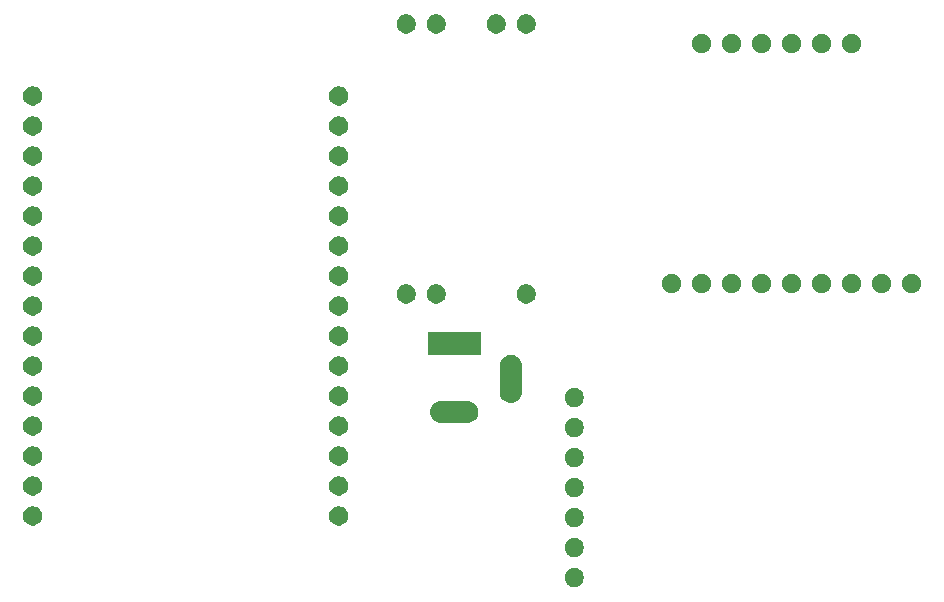
<source format=gbr>
G04 #@! TF.GenerationSoftware,KiCad,Pcbnew,5.1.5-52549c5~86~ubuntu19.04.1*
G04 #@! TF.CreationDate,2020-05-13T19:24:15+10:00*
G04 #@! TF.ProjectId,saab_bluetooth_aux_kit,73616162-5f62-46c7-9565-746f6f74685f,rev?*
G04 #@! TF.SameCoordinates,Original*
G04 #@! TF.FileFunction,Soldermask,Bot*
G04 #@! TF.FilePolarity,Negative*
%FSLAX46Y46*%
G04 Gerber Fmt 4.6, Leading zero omitted, Abs format (unit mm)*
G04 Created by KiCad (PCBNEW 5.1.5-52549c5~86~ubuntu19.04.1) date 2020-05-13 19:24:15*
%MOMM*%
%LPD*%
G04 APERTURE LIST*
%ADD10C,0.100000*%
G04 APERTURE END LIST*
D10*
G36*
X143747142Y-123170242D02*
G01*
X143895101Y-123231529D01*
X144028255Y-123320499D01*
X144141501Y-123433745D01*
X144230471Y-123566899D01*
X144291758Y-123714858D01*
X144323000Y-123871925D01*
X144323000Y-124032075D01*
X144291758Y-124189142D01*
X144230471Y-124337101D01*
X144141501Y-124470255D01*
X144028255Y-124583501D01*
X143895101Y-124672471D01*
X143747142Y-124733758D01*
X143590075Y-124765000D01*
X143429925Y-124765000D01*
X143272858Y-124733758D01*
X143124899Y-124672471D01*
X142991745Y-124583501D01*
X142878499Y-124470255D01*
X142789529Y-124337101D01*
X142728242Y-124189142D01*
X142697000Y-124032075D01*
X142697000Y-123871925D01*
X142728242Y-123714858D01*
X142789529Y-123566899D01*
X142878499Y-123433745D01*
X142991745Y-123320499D01*
X143124899Y-123231529D01*
X143272858Y-123170242D01*
X143429925Y-123139000D01*
X143590075Y-123139000D01*
X143747142Y-123170242D01*
G37*
G36*
X143747142Y-120630242D02*
G01*
X143895101Y-120691529D01*
X144028255Y-120780499D01*
X144141501Y-120893745D01*
X144230471Y-121026899D01*
X144291758Y-121174858D01*
X144323000Y-121331925D01*
X144323000Y-121492075D01*
X144291758Y-121649142D01*
X144230471Y-121797101D01*
X144141501Y-121930255D01*
X144028255Y-122043501D01*
X143895101Y-122132471D01*
X143747142Y-122193758D01*
X143590075Y-122225000D01*
X143429925Y-122225000D01*
X143272858Y-122193758D01*
X143124899Y-122132471D01*
X142991745Y-122043501D01*
X142878499Y-121930255D01*
X142789529Y-121797101D01*
X142728242Y-121649142D01*
X142697000Y-121492075D01*
X142697000Y-121331925D01*
X142728242Y-121174858D01*
X142789529Y-121026899D01*
X142878499Y-120893745D01*
X142991745Y-120780499D01*
X143124899Y-120691529D01*
X143272858Y-120630242D01*
X143429925Y-120599000D01*
X143590075Y-120599000D01*
X143747142Y-120630242D01*
G37*
G36*
X143747142Y-118090242D02*
G01*
X143895101Y-118151529D01*
X144028255Y-118240499D01*
X144141501Y-118353745D01*
X144230471Y-118486899D01*
X144291758Y-118634858D01*
X144323000Y-118791925D01*
X144323000Y-118952075D01*
X144291758Y-119109142D01*
X144230471Y-119257101D01*
X144141501Y-119390255D01*
X144028255Y-119503501D01*
X143895101Y-119592471D01*
X143747142Y-119653758D01*
X143590075Y-119685000D01*
X143429925Y-119685000D01*
X143272858Y-119653758D01*
X143124899Y-119592471D01*
X142991745Y-119503501D01*
X142878499Y-119390255D01*
X142789529Y-119257101D01*
X142728242Y-119109142D01*
X142697000Y-118952075D01*
X142697000Y-118791925D01*
X142728242Y-118634858D01*
X142789529Y-118486899D01*
X142878499Y-118353745D01*
X142991745Y-118240499D01*
X143124899Y-118151529D01*
X143272858Y-118090242D01*
X143429925Y-118059000D01*
X143590075Y-118059000D01*
X143747142Y-118090242D01*
G37*
G36*
X97900142Y-117963242D02*
G01*
X98048101Y-118024529D01*
X98181255Y-118113499D01*
X98294501Y-118226745D01*
X98383471Y-118359899D01*
X98444758Y-118507858D01*
X98476000Y-118664925D01*
X98476000Y-118825075D01*
X98444758Y-118982142D01*
X98383471Y-119130101D01*
X98294501Y-119263255D01*
X98181255Y-119376501D01*
X98048101Y-119465471D01*
X97900142Y-119526758D01*
X97743075Y-119558000D01*
X97582925Y-119558000D01*
X97425858Y-119526758D01*
X97277899Y-119465471D01*
X97144745Y-119376501D01*
X97031499Y-119263255D01*
X96942529Y-119130101D01*
X96881242Y-118982142D01*
X96850000Y-118825075D01*
X96850000Y-118664925D01*
X96881242Y-118507858D01*
X96942529Y-118359899D01*
X97031499Y-118226745D01*
X97144745Y-118113499D01*
X97277899Y-118024529D01*
X97425858Y-117963242D01*
X97582925Y-117932000D01*
X97743075Y-117932000D01*
X97900142Y-117963242D01*
G37*
G36*
X123808142Y-117963242D02*
G01*
X123956101Y-118024529D01*
X124089255Y-118113499D01*
X124202501Y-118226745D01*
X124291471Y-118359899D01*
X124352758Y-118507858D01*
X124384000Y-118664925D01*
X124384000Y-118825075D01*
X124352758Y-118982142D01*
X124291471Y-119130101D01*
X124202501Y-119263255D01*
X124089255Y-119376501D01*
X123956101Y-119465471D01*
X123808142Y-119526758D01*
X123651075Y-119558000D01*
X123490925Y-119558000D01*
X123333858Y-119526758D01*
X123185899Y-119465471D01*
X123052745Y-119376501D01*
X122939499Y-119263255D01*
X122850529Y-119130101D01*
X122789242Y-118982142D01*
X122758000Y-118825075D01*
X122758000Y-118664925D01*
X122789242Y-118507858D01*
X122850529Y-118359899D01*
X122939499Y-118226745D01*
X123052745Y-118113499D01*
X123185899Y-118024529D01*
X123333858Y-117963242D01*
X123490925Y-117932000D01*
X123651075Y-117932000D01*
X123808142Y-117963242D01*
G37*
G36*
X143747142Y-115550242D02*
G01*
X143895101Y-115611529D01*
X144028255Y-115700499D01*
X144141501Y-115813745D01*
X144230471Y-115946899D01*
X144291758Y-116094858D01*
X144323000Y-116251925D01*
X144323000Y-116412075D01*
X144291758Y-116569142D01*
X144230471Y-116717101D01*
X144141501Y-116850255D01*
X144028255Y-116963501D01*
X143895101Y-117052471D01*
X143747142Y-117113758D01*
X143590075Y-117145000D01*
X143429925Y-117145000D01*
X143272858Y-117113758D01*
X143124899Y-117052471D01*
X142991745Y-116963501D01*
X142878499Y-116850255D01*
X142789529Y-116717101D01*
X142728242Y-116569142D01*
X142697000Y-116412075D01*
X142697000Y-116251925D01*
X142728242Y-116094858D01*
X142789529Y-115946899D01*
X142878499Y-115813745D01*
X142991745Y-115700499D01*
X143124899Y-115611529D01*
X143272858Y-115550242D01*
X143429925Y-115519000D01*
X143590075Y-115519000D01*
X143747142Y-115550242D01*
G37*
G36*
X97900142Y-115423242D02*
G01*
X98048101Y-115484529D01*
X98181255Y-115573499D01*
X98294501Y-115686745D01*
X98383471Y-115819899D01*
X98444758Y-115967858D01*
X98476000Y-116124925D01*
X98476000Y-116285075D01*
X98444758Y-116442142D01*
X98383471Y-116590101D01*
X98294501Y-116723255D01*
X98181255Y-116836501D01*
X98048101Y-116925471D01*
X97900142Y-116986758D01*
X97743075Y-117018000D01*
X97582925Y-117018000D01*
X97425858Y-116986758D01*
X97277899Y-116925471D01*
X97144745Y-116836501D01*
X97031499Y-116723255D01*
X96942529Y-116590101D01*
X96881242Y-116442142D01*
X96850000Y-116285075D01*
X96850000Y-116124925D01*
X96881242Y-115967858D01*
X96942529Y-115819899D01*
X97031499Y-115686745D01*
X97144745Y-115573499D01*
X97277899Y-115484529D01*
X97425858Y-115423242D01*
X97582925Y-115392000D01*
X97743075Y-115392000D01*
X97900142Y-115423242D01*
G37*
G36*
X123808142Y-115423242D02*
G01*
X123956101Y-115484529D01*
X124089255Y-115573499D01*
X124202501Y-115686745D01*
X124291471Y-115819899D01*
X124352758Y-115967858D01*
X124384000Y-116124925D01*
X124384000Y-116285075D01*
X124352758Y-116442142D01*
X124291471Y-116590101D01*
X124202501Y-116723255D01*
X124089255Y-116836501D01*
X123956101Y-116925471D01*
X123808142Y-116986758D01*
X123651075Y-117018000D01*
X123490925Y-117018000D01*
X123333858Y-116986758D01*
X123185899Y-116925471D01*
X123052745Y-116836501D01*
X122939499Y-116723255D01*
X122850529Y-116590101D01*
X122789242Y-116442142D01*
X122758000Y-116285075D01*
X122758000Y-116124925D01*
X122789242Y-115967858D01*
X122850529Y-115819899D01*
X122939499Y-115686745D01*
X123052745Y-115573499D01*
X123185899Y-115484529D01*
X123333858Y-115423242D01*
X123490925Y-115392000D01*
X123651075Y-115392000D01*
X123808142Y-115423242D01*
G37*
G36*
X143747142Y-113010242D02*
G01*
X143895101Y-113071529D01*
X144028255Y-113160499D01*
X144141501Y-113273745D01*
X144230471Y-113406899D01*
X144291758Y-113554858D01*
X144323000Y-113711925D01*
X144323000Y-113872075D01*
X144291758Y-114029142D01*
X144230471Y-114177101D01*
X144141501Y-114310255D01*
X144028255Y-114423501D01*
X143895101Y-114512471D01*
X143747142Y-114573758D01*
X143590075Y-114605000D01*
X143429925Y-114605000D01*
X143272858Y-114573758D01*
X143124899Y-114512471D01*
X142991745Y-114423501D01*
X142878499Y-114310255D01*
X142789529Y-114177101D01*
X142728242Y-114029142D01*
X142697000Y-113872075D01*
X142697000Y-113711925D01*
X142728242Y-113554858D01*
X142789529Y-113406899D01*
X142878499Y-113273745D01*
X142991745Y-113160499D01*
X143124899Y-113071529D01*
X143272858Y-113010242D01*
X143429925Y-112979000D01*
X143590075Y-112979000D01*
X143747142Y-113010242D01*
G37*
G36*
X97900142Y-112883242D02*
G01*
X98048101Y-112944529D01*
X98181255Y-113033499D01*
X98294501Y-113146745D01*
X98383471Y-113279899D01*
X98444758Y-113427858D01*
X98476000Y-113584925D01*
X98476000Y-113745075D01*
X98444758Y-113902142D01*
X98383471Y-114050101D01*
X98294501Y-114183255D01*
X98181255Y-114296501D01*
X98048101Y-114385471D01*
X97900142Y-114446758D01*
X97743075Y-114478000D01*
X97582925Y-114478000D01*
X97425858Y-114446758D01*
X97277899Y-114385471D01*
X97144745Y-114296501D01*
X97031499Y-114183255D01*
X96942529Y-114050101D01*
X96881242Y-113902142D01*
X96850000Y-113745075D01*
X96850000Y-113584925D01*
X96881242Y-113427858D01*
X96942529Y-113279899D01*
X97031499Y-113146745D01*
X97144745Y-113033499D01*
X97277899Y-112944529D01*
X97425858Y-112883242D01*
X97582925Y-112852000D01*
X97743075Y-112852000D01*
X97900142Y-112883242D01*
G37*
G36*
X123808142Y-112883242D02*
G01*
X123956101Y-112944529D01*
X124089255Y-113033499D01*
X124202501Y-113146745D01*
X124291471Y-113279899D01*
X124352758Y-113427858D01*
X124384000Y-113584925D01*
X124384000Y-113745075D01*
X124352758Y-113902142D01*
X124291471Y-114050101D01*
X124202501Y-114183255D01*
X124089255Y-114296501D01*
X123956101Y-114385471D01*
X123808142Y-114446758D01*
X123651075Y-114478000D01*
X123490925Y-114478000D01*
X123333858Y-114446758D01*
X123185899Y-114385471D01*
X123052745Y-114296501D01*
X122939499Y-114183255D01*
X122850529Y-114050101D01*
X122789242Y-113902142D01*
X122758000Y-113745075D01*
X122758000Y-113584925D01*
X122789242Y-113427858D01*
X122850529Y-113279899D01*
X122939499Y-113146745D01*
X123052745Y-113033499D01*
X123185899Y-112944529D01*
X123333858Y-112883242D01*
X123490925Y-112852000D01*
X123651075Y-112852000D01*
X123808142Y-112883242D01*
G37*
G36*
X143747142Y-110470242D02*
G01*
X143895101Y-110531529D01*
X144028255Y-110620499D01*
X144141501Y-110733745D01*
X144230471Y-110866899D01*
X144291758Y-111014858D01*
X144323000Y-111171925D01*
X144323000Y-111332075D01*
X144291758Y-111489142D01*
X144230471Y-111637101D01*
X144141501Y-111770255D01*
X144028255Y-111883501D01*
X143895101Y-111972471D01*
X143747142Y-112033758D01*
X143590075Y-112065000D01*
X143429925Y-112065000D01*
X143272858Y-112033758D01*
X143124899Y-111972471D01*
X142991745Y-111883501D01*
X142878499Y-111770255D01*
X142789529Y-111637101D01*
X142728242Y-111489142D01*
X142697000Y-111332075D01*
X142697000Y-111171925D01*
X142728242Y-111014858D01*
X142789529Y-110866899D01*
X142878499Y-110733745D01*
X142991745Y-110620499D01*
X143124899Y-110531529D01*
X143272858Y-110470242D01*
X143429925Y-110439000D01*
X143590075Y-110439000D01*
X143747142Y-110470242D01*
G37*
G36*
X123808142Y-110343242D02*
G01*
X123956101Y-110404529D01*
X124089255Y-110493499D01*
X124202501Y-110606745D01*
X124291471Y-110739899D01*
X124352758Y-110887858D01*
X124384000Y-111044925D01*
X124384000Y-111205075D01*
X124352758Y-111362142D01*
X124291471Y-111510101D01*
X124202501Y-111643255D01*
X124089255Y-111756501D01*
X123956101Y-111845471D01*
X123808142Y-111906758D01*
X123651075Y-111938000D01*
X123490925Y-111938000D01*
X123333858Y-111906758D01*
X123185899Y-111845471D01*
X123052745Y-111756501D01*
X122939499Y-111643255D01*
X122850529Y-111510101D01*
X122789242Y-111362142D01*
X122758000Y-111205075D01*
X122758000Y-111044925D01*
X122789242Y-110887858D01*
X122850529Y-110739899D01*
X122939499Y-110606745D01*
X123052745Y-110493499D01*
X123185899Y-110404529D01*
X123333858Y-110343242D01*
X123490925Y-110312000D01*
X123651075Y-110312000D01*
X123808142Y-110343242D01*
G37*
G36*
X97900142Y-110343242D02*
G01*
X98048101Y-110404529D01*
X98181255Y-110493499D01*
X98294501Y-110606745D01*
X98383471Y-110739899D01*
X98444758Y-110887858D01*
X98476000Y-111044925D01*
X98476000Y-111205075D01*
X98444758Y-111362142D01*
X98383471Y-111510101D01*
X98294501Y-111643255D01*
X98181255Y-111756501D01*
X98048101Y-111845471D01*
X97900142Y-111906758D01*
X97743075Y-111938000D01*
X97582925Y-111938000D01*
X97425858Y-111906758D01*
X97277899Y-111845471D01*
X97144745Y-111756501D01*
X97031499Y-111643255D01*
X96942529Y-111510101D01*
X96881242Y-111362142D01*
X96850000Y-111205075D01*
X96850000Y-111044925D01*
X96881242Y-110887858D01*
X96942529Y-110739899D01*
X97031499Y-110606745D01*
X97144745Y-110493499D01*
X97277899Y-110404529D01*
X97425858Y-110343242D01*
X97582925Y-110312000D01*
X97743075Y-110312000D01*
X97900142Y-110343242D01*
G37*
G36*
X134636425Y-109002760D02*
G01*
X134636428Y-109002761D01*
X134636429Y-109002761D01*
X134815693Y-109057140D01*
X134815696Y-109057142D01*
X134815697Y-109057142D01*
X134980903Y-109145446D01*
X135125712Y-109264288D01*
X135244554Y-109409097D01*
X135306505Y-109525000D01*
X135332860Y-109574307D01*
X135387239Y-109753571D01*
X135387240Y-109753575D01*
X135405601Y-109940000D01*
X135387240Y-110126425D01*
X135387239Y-110126428D01*
X135387239Y-110126429D01*
X135332860Y-110305693D01*
X135332858Y-110305696D01*
X135332858Y-110305697D01*
X135244554Y-110470903D01*
X135125712Y-110615712D01*
X134980903Y-110734554D01*
X134815697Y-110822858D01*
X134815693Y-110822860D01*
X134636429Y-110877239D01*
X134636428Y-110877239D01*
X134636425Y-110877240D01*
X134496718Y-110891000D01*
X132203282Y-110891000D01*
X132063575Y-110877240D01*
X132063572Y-110877239D01*
X132063571Y-110877239D01*
X131884307Y-110822860D01*
X131884303Y-110822858D01*
X131719097Y-110734554D01*
X131574288Y-110615712D01*
X131455446Y-110470903D01*
X131367142Y-110305697D01*
X131367142Y-110305696D01*
X131367140Y-110305693D01*
X131312761Y-110126429D01*
X131312761Y-110126428D01*
X131312760Y-110126425D01*
X131294399Y-109940000D01*
X131312760Y-109753575D01*
X131312761Y-109753571D01*
X131367140Y-109574307D01*
X131393495Y-109525000D01*
X131455446Y-109409097D01*
X131574288Y-109264288D01*
X131719097Y-109145446D01*
X131884303Y-109057142D01*
X131884304Y-109057142D01*
X131884307Y-109057140D01*
X132063571Y-109002761D01*
X132063572Y-109002761D01*
X132063575Y-109002760D01*
X132203282Y-108989000D01*
X134496718Y-108989000D01*
X134636425Y-109002760D01*
G37*
G36*
X143747142Y-107930242D02*
G01*
X143895101Y-107991529D01*
X144028255Y-108080499D01*
X144141501Y-108193745D01*
X144230471Y-108326899D01*
X144291758Y-108474858D01*
X144323000Y-108631925D01*
X144323000Y-108792075D01*
X144291758Y-108949142D01*
X144230471Y-109097101D01*
X144141501Y-109230255D01*
X144028255Y-109343501D01*
X143895101Y-109432471D01*
X143747142Y-109493758D01*
X143590075Y-109525000D01*
X143429925Y-109525000D01*
X143272858Y-109493758D01*
X143124899Y-109432471D01*
X142991745Y-109343501D01*
X142878499Y-109230255D01*
X142789529Y-109097101D01*
X142728242Y-108949142D01*
X142697000Y-108792075D01*
X142697000Y-108631925D01*
X142728242Y-108474858D01*
X142789529Y-108326899D01*
X142878499Y-108193745D01*
X142991745Y-108080499D01*
X143124899Y-107991529D01*
X143272858Y-107930242D01*
X143429925Y-107899000D01*
X143590075Y-107899000D01*
X143747142Y-107930242D01*
G37*
G36*
X123808142Y-107803242D02*
G01*
X123956101Y-107864529D01*
X124089255Y-107953499D01*
X124202501Y-108066745D01*
X124291471Y-108199899D01*
X124352758Y-108347858D01*
X124384000Y-108504925D01*
X124384000Y-108665075D01*
X124352758Y-108822142D01*
X124291471Y-108970101D01*
X124202501Y-109103255D01*
X124089255Y-109216501D01*
X123956101Y-109305471D01*
X123808142Y-109366758D01*
X123651075Y-109398000D01*
X123490925Y-109398000D01*
X123333858Y-109366758D01*
X123185899Y-109305471D01*
X123052745Y-109216501D01*
X122939499Y-109103255D01*
X122850529Y-108970101D01*
X122789242Y-108822142D01*
X122758000Y-108665075D01*
X122758000Y-108504925D01*
X122789242Y-108347858D01*
X122850529Y-108199899D01*
X122939499Y-108066745D01*
X123052745Y-107953499D01*
X123185899Y-107864529D01*
X123333858Y-107803242D01*
X123490925Y-107772000D01*
X123651075Y-107772000D01*
X123808142Y-107803242D01*
G37*
G36*
X97900142Y-107803242D02*
G01*
X98048101Y-107864529D01*
X98181255Y-107953499D01*
X98294501Y-108066745D01*
X98383471Y-108199899D01*
X98444758Y-108347858D01*
X98476000Y-108504925D01*
X98476000Y-108665075D01*
X98444758Y-108822142D01*
X98383471Y-108970101D01*
X98294501Y-109103255D01*
X98181255Y-109216501D01*
X98048101Y-109305471D01*
X97900142Y-109366758D01*
X97743075Y-109398000D01*
X97582925Y-109398000D01*
X97425858Y-109366758D01*
X97277899Y-109305471D01*
X97144745Y-109216501D01*
X97031499Y-109103255D01*
X96942529Y-108970101D01*
X96881242Y-108822142D01*
X96850000Y-108665075D01*
X96850000Y-108504925D01*
X96881242Y-108347858D01*
X96942529Y-108199899D01*
X97031499Y-108066745D01*
X97144745Y-107953499D01*
X97277899Y-107864529D01*
X97425858Y-107803242D01*
X97582925Y-107772000D01*
X97743075Y-107772000D01*
X97900142Y-107803242D01*
G37*
G36*
X138336424Y-105102760D02*
G01*
X138336427Y-105102761D01*
X138336428Y-105102761D01*
X138515692Y-105157140D01*
X138515695Y-105157142D01*
X138515696Y-105157142D01*
X138680903Y-105245446D01*
X138825712Y-105364288D01*
X138944554Y-105509097D01*
X139025159Y-105659899D01*
X139032860Y-105674307D01*
X139073372Y-105807858D01*
X139087240Y-105853575D01*
X139101000Y-105993282D01*
X139101000Y-108286718D01*
X139087240Y-108426425D01*
X139087239Y-108426428D01*
X139087239Y-108426429D01*
X139032860Y-108605693D01*
X139032858Y-108605696D01*
X139032858Y-108605697D01*
X138944554Y-108770903D01*
X138825712Y-108915712D01*
X138680903Y-109034554D01*
X138515697Y-109122858D01*
X138515693Y-109122860D01*
X138336429Y-109177239D01*
X138336428Y-109177239D01*
X138336425Y-109177240D01*
X138150000Y-109195601D01*
X137963576Y-109177240D01*
X137963573Y-109177239D01*
X137963572Y-109177239D01*
X137784308Y-109122860D01*
X137784304Y-109122858D01*
X137619098Y-109034554D01*
X137474289Y-108915712D01*
X137355447Y-108770903D01*
X137267143Y-108605697D01*
X137267143Y-108605696D01*
X137267141Y-108605693D01*
X137212762Y-108426429D01*
X137212762Y-108426428D01*
X137212761Y-108426425D01*
X137199001Y-108286718D01*
X137199000Y-105993283D01*
X137212760Y-105853576D01*
X137212761Y-105853572D01*
X137267140Y-105674308D01*
X137274842Y-105659899D01*
X137355446Y-105509097D01*
X137474288Y-105364288D01*
X137619097Y-105245446D01*
X137784303Y-105157142D01*
X137784304Y-105157142D01*
X137784307Y-105157140D01*
X137963571Y-105102761D01*
X137963572Y-105102761D01*
X137963575Y-105102760D01*
X138150000Y-105084399D01*
X138336424Y-105102760D01*
G37*
G36*
X123808142Y-105263242D02*
G01*
X123956101Y-105324529D01*
X124089255Y-105413499D01*
X124202501Y-105526745D01*
X124291471Y-105659899D01*
X124352758Y-105807858D01*
X124384000Y-105964925D01*
X124384000Y-106125075D01*
X124352758Y-106282142D01*
X124291471Y-106430101D01*
X124202501Y-106563255D01*
X124089255Y-106676501D01*
X123956101Y-106765471D01*
X123808142Y-106826758D01*
X123651075Y-106858000D01*
X123490925Y-106858000D01*
X123333858Y-106826758D01*
X123185899Y-106765471D01*
X123052745Y-106676501D01*
X122939499Y-106563255D01*
X122850529Y-106430101D01*
X122789242Y-106282142D01*
X122758000Y-106125075D01*
X122758000Y-105964925D01*
X122789242Y-105807858D01*
X122850529Y-105659899D01*
X122939499Y-105526745D01*
X123052745Y-105413499D01*
X123185899Y-105324529D01*
X123333858Y-105263242D01*
X123490925Y-105232000D01*
X123651075Y-105232000D01*
X123808142Y-105263242D01*
G37*
G36*
X97900142Y-105263242D02*
G01*
X98048101Y-105324529D01*
X98181255Y-105413499D01*
X98294501Y-105526745D01*
X98383471Y-105659899D01*
X98444758Y-105807858D01*
X98476000Y-105964925D01*
X98476000Y-106125075D01*
X98444758Y-106282142D01*
X98383471Y-106430101D01*
X98294501Y-106563255D01*
X98181255Y-106676501D01*
X98048101Y-106765471D01*
X97900142Y-106826758D01*
X97743075Y-106858000D01*
X97582925Y-106858000D01*
X97425858Y-106826758D01*
X97277899Y-106765471D01*
X97144745Y-106676501D01*
X97031499Y-106563255D01*
X96942529Y-106430101D01*
X96881242Y-106282142D01*
X96850000Y-106125075D01*
X96850000Y-105964925D01*
X96881242Y-105807858D01*
X96942529Y-105659899D01*
X97031499Y-105526745D01*
X97144745Y-105413499D01*
X97277899Y-105324529D01*
X97425858Y-105263242D01*
X97582925Y-105232000D01*
X97743075Y-105232000D01*
X97900142Y-105263242D01*
G37*
G36*
X135601000Y-105091000D02*
G01*
X131099000Y-105091000D01*
X131099000Y-103189000D01*
X135601000Y-103189000D01*
X135601000Y-105091000D01*
G37*
G36*
X97900142Y-102723242D02*
G01*
X98048101Y-102784529D01*
X98181255Y-102873499D01*
X98294501Y-102986745D01*
X98383471Y-103119899D01*
X98444758Y-103267858D01*
X98476000Y-103424925D01*
X98476000Y-103585075D01*
X98444758Y-103742142D01*
X98383471Y-103890101D01*
X98294501Y-104023255D01*
X98181255Y-104136501D01*
X98048101Y-104225471D01*
X97900142Y-104286758D01*
X97743075Y-104318000D01*
X97582925Y-104318000D01*
X97425858Y-104286758D01*
X97277899Y-104225471D01*
X97144745Y-104136501D01*
X97031499Y-104023255D01*
X96942529Y-103890101D01*
X96881242Y-103742142D01*
X96850000Y-103585075D01*
X96850000Y-103424925D01*
X96881242Y-103267858D01*
X96942529Y-103119899D01*
X97031499Y-102986745D01*
X97144745Y-102873499D01*
X97277899Y-102784529D01*
X97425858Y-102723242D01*
X97582925Y-102692000D01*
X97743075Y-102692000D01*
X97900142Y-102723242D01*
G37*
G36*
X123808142Y-102723242D02*
G01*
X123956101Y-102784529D01*
X124089255Y-102873499D01*
X124202501Y-102986745D01*
X124291471Y-103119899D01*
X124352758Y-103267858D01*
X124384000Y-103424925D01*
X124384000Y-103585075D01*
X124352758Y-103742142D01*
X124291471Y-103890101D01*
X124202501Y-104023255D01*
X124089255Y-104136501D01*
X123956101Y-104225471D01*
X123808142Y-104286758D01*
X123651075Y-104318000D01*
X123490925Y-104318000D01*
X123333858Y-104286758D01*
X123185899Y-104225471D01*
X123052745Y-104136501D01*
X122939499Y-104023255D01*
X122850529Y-103890101D01*
X122789242Y-103742142D01*
X122758000Y-103585075D01*
X122758000Y-103424925D01*
X122789242Y-103267858D01*
X122850529Y-103119899D01*
X122939499Y-102986745D01*
X123052745Y-102873499D01*
X123185899Y-102784529D01*
X123333858Y-102723242D01*
X123490925Y-102692000D01*
X123651075Y-102692000D01*
X123808142Y-102723242D01*
G37*
G36*
X123808142Y-100183242D02*
G01*
X123956101Y-100244529D01*
X124089255Y-100333499D01*
X124202501Y-100446745D01*
X124291471Y-100579899D01*
X124352758Y-100727858D01*
X124384000Y-100884925D01*
X124384000Y-101045075D01*
X124352758Y-101202142D01*
X124291471Y-101350101D01*
X124202501Y-101483255D01*
X124089255Y-101596501D01*
X123956101Y-101685471D01*
X123808142Y-101746758D01*
X123651075Y-101778000D01*
X123490925Y-101778000D01*
X123333858Y-101746758D01*
X123185899Y-101685471D01*
X123052745Y-101596501D01*
X122939499Y-101483255D01*
X122850529Y-101350101D01*
X122789242Y-101202142D01*
X122758000Y-101045075D01*
X122758000Y-100884925D01*
X122789242Y-100727858D01*
X122850529Y-100579899D01*
X122939499Y-100446745D01*
X123052745Y-100333499D01*
X123185899Y-100244529D01*
X123333858Y-100183242D01*
X123490925Y-100152000D01*
X123651075Y-100152000D01*
X123808142Y-100183242D01*
G37*
G36*
X97900142Y-100183242D02*
G01*
X98048101Y-100244529D01*
X98181255Y-100333499D01*
X98294501Y-100446745D01*
X98383471Y-100579899D01*
X98444758Y-100727858D01*
X98476000Y-100884925D01*
X98476000Y-101045075D01*
X98444758Y-101202142D01*
X98383471Y-101350101D01*
X98294501Y-101483255D01*
X98181255Y-101596501D01*
X98048101Y-101685471D01*
X97900142Y-101746758D01*
X97743075Y-101778000D01*
X97582925Y-101778000D01*
X97425858Y-101746758D01*
X97277899Y-101685471D01*
X97144745Y-101596501D01*
X97031499Y-101483255D01*
X96942529Y-101350101D01*
X96881242Y-101202142D01*
X96850000Y-101045075D01*
X96850000Y-100884925D01*
X96881242Y-100727858D01*
X96942529Y-100579899D01*
X97031499Y-100446745D01*
X97144745Y-100333499D01*
X97277899Y-100244529D01*
X97425858Y-100183242D01*
X97582925Y-100152000D01*
X97743075Y-100152000D01*
X97900142Y-100183242D01*
G37*
G36*
X132063142Y-99167242D02*
G01*
X132211101Y-99228529D01*
X132344255Y-99317499D01*
X132457501Y-99430745D01*
X132546471Y-99563899D01*
X132607758Y-99711858D01*
X132639000Y-99868925D01*
X132639000Y-100029075D01*
X132607758Y-100186142D01*
X132546471Y-100334101D01*
X132457501Y-100467255D01*
X132344255Y-100580501D01*
X132211101Y-100669471D01*
X132063142Y-100730758D01*
X131906075Y-100762000D01*
X131745925Y-100762000D01*
X131588858Y-100730758D01*
X131440899Y-100669471D01*
X131307745Y-100580501D01*
X131194499Y-100467255D01*
X131105529Y-100334101D01*
X131044242Y-100186142D01*
X131013000Y-100029075D01*
X131013000Y-99868925D01*
X131044242Y-99711858D01*
X131105529Y-99563899D01*
X131194499Y-99430745D01*
X131307745Y-99317499D01*
X131440899Y-99228529D01*
X131588858Y-99167242D01*
X131745925Y-99136000D01*
X131906075Y-99136000D01*
X132063142Y-99167242D01*
G37*
G36*
X129523142Y-99167242D02*
G01*
X129671101Y-99228529D01*
X129804255Y-99317499D01*
X129917501Y-99430745D01*
X130006471Y-99563899D01*
X130067758Y-99711858D01*
X130099000Y-99868925D01*
X130099000Y-100029075D01*
X130067758Y-100186142D01*
X130006471Y-100334101D01*
X129917501Y-100467255D01*
X129804255Y-100580501D01*
X129671101Y-100669471D01*
X129523142Y-100730758D01*
X129366075Y-100762000D01*
X129205925Y-100762000D01*
X129048858Y-100730758D01*
X128900899Y-100669471D01*
X128767745Y-100580501D01*
X128654499Y-100467255D01*
X128565529Y-100334101D01*
X128504242Y-100186142D01*
X128473000Y-100029075D01*
X128473000Y-99868925D01*
X128504242Y-99711858D01*
X128565529Y-99563899D01*
X128654499Y-99430745D01*
X128767745Y-99317499D01*
X128900899Y-99228529D01*
X129048858Y-99167242D01*
X129205925Y-99136000D01*
X129366075Y-99136000D01*
X129523142Y-99167242D01*
G37*
G36*
X139683142Y-99167242D02*
G01*
X139831101Y-99228529D01*
X139964255Y-99317499D01*
X140077501Y-99430745D01*
X140166471Y-99563899D01*
X140227758Y-99711858D01*
X140259000Y-99868925D01*
X140259000Y-100029075D01*
X140227758Y-100186142D01*
X140166471Y-100334101D01*
X140077501Y-100467255D01*
X139964255Y-100580501D01*
X139831101Y-100669471D01*
X139683142Y-100730758D01*
X139526075Y-100762000D01*
X139365925Y-100762000D01*
X139208858Y-100730758D01*
X139060899Y-100669471D01*
X138927745Y-100580501D01*
X138814499Y-100467255D01*
X138725529Y-100334101D01*
X138664242Y-100186142D01*
X138633000Y-100029075D01*
X138633000Y-99868925D01*
X138664242Y-99711858D01*
X138725529Y-99563899D01*
X138814499Y-99430745D01*
X138927745Y-99317499D01*
X139060899Y-99228529D01*
X139208858Y-99167242D01*
X139365925Y-99136000D01*
X139526075Y-99136000D01*
X139683142Y-99167242D01*
G37*
G36*
X159622142Y-98278242D02*
G01*
X159770101Y-98339529D01*
X159903255Y-98428499D01*
X160016501Y-98541745D01*
X160105471Y-98674899D01*
X160166758Y-98822858D01*
X160198000Y-98979925D01*
X160198000Y-99140075D01*
X160166758Y-99297142D01*
X160105471Y-99445101D01*
X160016501Y-99578255D01*
X159903255Y-99691501D01*
X159770101Y-99780471D01*
X159622142Y-99841758D01*
X159465075Y-99873000D01*
X159304925Y-99873000D01*
X159147858Y-99841758D01*
X158999899Y-99780471D01*
X158866745Y-99691501D01*
X158753499Y-99578255D01*
X158664529Y-99445101D01*
X158603242Y-99297142D01*
X158572000Y-99140075D01*
X158572000Y-98979925D01*
X158603242Y-98822858D01*
X158664529Y-98674899D01*
X158753499Y-98541745D01*
X158866745Y-98428499D01*
X158999899Y-98339529D01*
X159147858Y-98278242D01*
X159304925Y-98247000D01*
X159465075Y-98247000D01*
X159622142Y-98278242D01*
G37*
G36*
X154542142Y-98278242D02*
G01*
X154690101Y-98339529D01*
X154823255Y-98428499D01*
X154936501Y-98541745D01*
X155025471Y-98674899D01*
X155086758Y-98822858D01*
X155118000Y-98979925D01*
X155118000Y-99140075D01*
X155086758Y-99297142D01*
X155025471Y-99445101D01*
X154936501Y-99578255D01*
X154823255Y-99691501D01*
X154690101Y-99780471D01*
X154542142Y-99841758D01*
X154385075Y-99873000D01*
X154224925Y-99873000D01*
X154067858Y-99841758D01*
X153919899Y-99780471D01*
X153786745Y-99691501D01*
X153673499Y-99578255D01*
X153584529Y-99445101D01*
X153523242Y-99297142D01*
X153492000Y-99140075D01*
X153492000Y-98979925D01*
X153523242Y-98822858D01*
X153584529Y-98674899D01*
X153673499Y-98541745D01*
X153786745Y-98428499D01*
X153919899Y-98339529D01*
X154067858Y-98278242D01*
X154224925Y-98247000D01*
X154385075Y-98247000D01*
X154542142Y-98278242D01*
G37*
G36*
X157082142Y-98278242D02*
G01*
X157230101Y-98339529D01*
X157363255Y-98428499D01*
X157476501Y-98541745D01*
X157565471Y-98674899D01*
X157626758Y-98822858D01*
X157658000Y-98979925D01*
X157658000Y-99140075D01*
X157626758Y-99297142D01*
X157565471Y-99445101D01*
X157476501Y-99578255D01*
X157363255Y-99691501D01*
X157230101Y-99780471D01*
X157082142Y-99841758D01*
X156925075Y-99873000D01*
X156764925Y-99873000D01*
X156607858Y-99841758D01*
X156459899Y-99780471D01*
X156326745Y-99691501D01*
X156213499Y-99578255D01*
X156124529Y-99445101D01*
X156063242Y-99297142D01*
X156032000Y-99140075D01*
X156032000Y-98979925D01*
X156063242Y-98822858D01*
X156124529Y-98674899D01*
X156213499Y-98541745D01*
X156326745Y-98428499D01*
X156459899Y-98339529D01*
X156607858Y-98278242D01*
X156764925Y-98247000D01*
X156925075Y-98247000D01*
X157082142Y-98278242D01*
G37*
G36*
X152002142Y-98278242D02*
G01*
X152150101Y-98339529D01*
X152283255Y-98428499D01*
X152396501Y-98541745D01*
X152485471Y-98674899D01*
X152546758Y-98822858D01*
X152578000Y-98979925D01*
X152578000Y-99140075D01*
X152546758Y-99297142D01*
X152485471Y-99445101D01*
X152396501Y-99578255D01*
X152283255Y-99691501D01*
X152150101Y-99780471D01*
X152002142Y-99841758D01*
X151845075Y-99873000D01*
X151684925Y-99873000D01*
X151527858Y-99841758D01*
X151379899Y-99780471D01*
X151246745Y-99691501D01*
X151133499Y-99578255D01*
X151044529Y-99445101D01*
X150983242Y-99297142D01*
X150952000Y-99140075D01*
X150952000Y-98979925D01*
X150983242Y-98822858D01*
X151044529Y-98674899D01*
X151133499Y-98541745D01*
X151246745Y-98428499D01*
X151379899Y-98339529D01*
X151527858Y-98278242D01*
X151684925Y-98247000D01*
X151845075Y-98247000D01*
X152002142Y-98278242D01*
G37*
G36*
X169782142Y-98278242D02*
G01*
X169930101Y-98339529D01*
X170063255Y-98428499D01*
X170176501Y-98541745D01*
X170265471Y-98674899D01*
X170326758Y-98822858D01*
X170358000Y-98979925D01*
X170358000Y-99140075D01*
X170326758Y-99297142D01*
X170265471Y-99445101D01*
X170176501Y-99578255D01*
X170063255Y-99691501D01*
X169930101Y-99780471D01*
X169782142Y-99841758D01*
X169625075Y-99873000D01*
X169464925Y-99873000D01*
X169307858Y-99841758D01*
X169159899Y-99780471D01*
X169026745Y-99691501D01*
X168913499Y-99578255D01*
X168824529Y-99445101D01*
X168763242Y-99297142D01*
X168732000Y-99140075D01*
X168732000Y-98979925D01*
X168763242Y-98822858D01*
X168824529Y-98674899D01*
X168913499Y-98541745D01*
X169026745Y-98428499D01*
X169159899Y-98339529D01*
X169307858Y-98278242D01*
X169464925Y-98247000D01*
X169625075Y-98247000D01*
X169782142Y-98278242D01*
G37*
G36*
X164702142Y-98278242D02*
G01*
X164850101Y-98339529D01*
X164983255Y-98428499D01*
X165096501Y-98541745D01*
X165185471Y-98674899D01*
X165246758Y-98822858D01*
X165278000Y-98979925D01*
X165278000Y-99140075D01*
X165246758Y-99297142D01*
X165185471Y-99445101D01*
X165096501Y-99578255D01*
X164983255Y-99691501D01*
X164850101Y-99780471D01*
X164702142Y-99841758D01*
X164545075Y-99873000D01*
X164384925Y-99873000D01*
X164227858Y-99841758D01*
X164079899Y-99780471D01*
X163946745Y-99691501D01*
X163833499Y-99578255D01*
X163744529Y-99445101D01*
X163683242Y-99297142D01*
X163652000Y-99140075D01*
X163652000Y-98979925D01*
X163683242Y-98822858D01*
X163744529Y-98674899D01*
X163833499Y-98541745D01*
X163946745Y-98428499D01*
X164079899Y-98339529D01*
X164227858Y-98278242D01*
X164384925Y-98247000D01*
X164545075Y-98247000D01*
X164702142Y-98278242D01*
G37*
G36*
X172322142Y-98278242D02*
G01*
X172470101Y-98339529D01*
X172603255Y-98428499D01*
X172716501Y-98541745D01*
X172805471Y-98674899D01*
X172866758Y-98822858D01*
X172898000Y-98979925D01*
X172898000Y-99140075D01*
X172866758Y-99297142D01*
X172805471Y-99445101D01*
X172716501Y-99578255D01*
X172603255Y-99691501D01*
X172470101Y-99780471D01*
X172322142Y-99841758D01*
X172165075Y-99873000D01*
X172004925Y-99873000D01*
X171847858Y-99841758D01*
X171699899Y-99780471D01*
X171566745Y-99691501D01*
X171453499Y-99578255D01*
X171364529Y-99445101D01*
X171303242Y-99297142D01*
X171272000Y-99140075D01*
X171272000Y-98979925D01*
X171303242Y-98822858D01*
X171364529Y-98674899D01*
X171453499Y-98541745D01*
X171566745Y-98428499D01*
X171699899Y-98339529D01*
X171847858Y-98278242D01*
X172004925Y-98247000D01*
X172165075Y-98247000D01*
X172322142Y-98278242D01*
G37*
G36*
X162162142Y-98278242D02*
G01*
X162310101Y-98339529D01*
X162443255Y-98428499D01*
X162556501Y-98541745D01*
X162645471Y-98674899D01*
X162706758Y-98822858D01*
X162738000Y-98979925D01*
X162738000Y-99140075D01*
X162706758Y-99297142D01*
X162645471Y-99445101D01*
X162556501Y-99578255D01*
X162443255Y-99691501D01*
X162310101Y-99780471D01*
X162162142Y-99841758D01*
X162005075Y-99873000D01*
X161844925Y-99873000D01*
X161687858Y-99841758D01*
X161539899Y-99780471D01*
X161406745Y-99691501D01*
X161293499Y-99578255D01*
X161204529Y-99445101D01*
X161143242Y-99297142D01*
X161112000Y-99140075D01*
X161112000Y-98979925D01*
X161143242Y-98822858D01*
X161204529Y-98674899D01*
X161293499Y-98541745D01*
X161406745Y-98428499D01*
X161539899Y-98339529D01*
X161687858Y-98278242D01*
X161844925Y-98247000D01*
X162005075Y-98247000D01*
X162162142Y-98278242D01*
G37*
G36*
X167242142Y-98278242D02*
G01*
X167390101Y-98339529D01*
X167523255Y-98428499D01*
X167636501Y-98541745D01*
X167725471Y-98674899D01*
X167786758Y-98822858D01*
X167818000Y-98979925D01*
X167818000Y-99140075D01*
X167786758Y-99297142D01*
X167725471Y-99445101D01*
X167636501Y-99578255D01*
X167523255Y-99691501D01*
X167390101Y-99780471D01*
X167242142Y-99841758D01*
X167085075Y-99873000D01*
X166924925Y-99873000D01*
X166767858Y-99841758D01*
X166619899Y-99780471D01*
X166486745Y-99691501D01*
X166373499Y-99578255D01*
X166284529Y-99445101D01*
X166223242Y-99297142D01*
X166192000Y-99140075D01*
X166192000Y-98979925D01*
X166223242Y-98822858D01*
X166284529Y-98674899D01*
X166373499Y-98541745D01*
X166486745Y-98428499D01*
X166619899Y-98339529D01*
X166767858Y-98278242D01*
X166924925Y-98247000D01*
X167085075Y-98247000D01*
X167242142Y-98278242D01*
G37*
G36*
X123808142Y-97643242D02*
G01*
X123956101Y-97704529D01*
X124089255Y-97793499D01*
X124202501Y-97906745D01*
X124291471Y-98039899D01*
X124352758Y-98187858D01*
X124384000Y-98344925D01*
X124384000Y-98505075D01*
X124352758Y-98662142D01*
X124291471Y-98810101D01*
X124202501Y-98943255D01*
X124089255Y-99056501D01*
X123956101Y-99145471D01*
X123808142Y-99206758D01*
X123651075Y-99238000D01*
X123490925Y-99238000D01*
X123333858Y-99206758D01*
X123185899Y-99145471D01*
X123052745Y-99056501D01*
X122939499Y-98943255D01*
X122850529Y-98810101D01*
X122789242Y-98662142D01*
X122758000Y-98505075D01*
X122758000Y-98344925D01*
X122789242Y-98187858D01*
X122850529Y-98039899D01*
X122939499Y-97906745D01*
X123052745Y-97793499D01*
X123185899Y-97704529D01*
X123333858Y-97643242D01*
X123490925Y-97612000D01*
X123651075Y-97612000D01*
X123808142Y-97643242D01*
G37*
G36*
X97900142Y-97643242D02*
G01*
X98048101Y-97704529D01*
X98181255Y-97793499D01*
X98294501Y-97906745D01*
X98383471Y-98039899D01*
X98444758Y-98187858D01*
X98476000Y-98344925D01*
X98476000Y-98505075D01*
X98444758Y-98662142D01*
X98383471Y-98810101D01*
X98294501Y-98943255D01*
X98181255Y-99056501D01*
X98048101Y-99145471D01*
X97900142Y-99206758D01*
X97743075Y-99238000D01*
X97582925Y-99238000D01*
X97425858Y-99206758D01*
X97277899Y-99145471D01*
X97144745Y-99056501D01*
X97031499Y-98943255D01*
X96942529Y-98810101D01*
X96881242Y-98662142D01*
X96850000Y-98505075D01*
X96850000Y-98344925D01*
X96881242Y-98187858D01*
X96942529Y-98039899D01*
X97031499Y-97906745D01*
X97144745Y-97793499D01*
X97277899Y-97704529D01*
X97425858Y-97643242D01*
X97582925Y-97612000D01*
X97743075Y-97612000D01*
X97900142Y-97643242D01*
G37*
G36*
X123808142Y-95103242D02*
G01*
X123956101Y-95164529D01*
X124089255Y-95253499D01*
X124202501Y-95366745D01*
X124291471Y-95499899D01*
X124352758Y-95647858D01*
X124384000Y-95804925D01*
X124384000Y-95965075D01*
X124352758Y-96122142D01*
X124291471Y-96270101D01*
X124202501Y-96403255D01*
X124089255Y-96516501D01*
X123956101Y-96605471D01*
X123808142Y-96666758D01*
X123651075Y-96698000D01*
X123490925Y-96698000D01*
X123333858Y-96666758D01*
X123185899Y-96605471D01*
X123052745Y-96516501D01*
X122939499Y-96403255D01*
X122850529Y-96270101D01*
X122789242Y-96122142D01*
X122758000Y-95965075D01*
X122758000Y-95804925D01*
X122789242Y-95647858D01*
X122850529Y-95499899D01*
X122939499Y-95366745D01*
X123052745Y-95253499D01*
X123185899Y-95164529D01*
X123333858Y-95103242D01*
X123490925Y-95072000D01*
X123651075Y-95072000D01*
X123808142Y-95103242D01*
G37*
G36*
X97900142Y-95103242D02*
G01*
X98048101Y-95164529D01*
X98181255Y-95253499D01*
X98294501Y-95366745D01*
X98383471Y-95499899D01*
X98444758Y-95647858D01*
X98476000Y-95804925D01*
X98476000Y-95965075D01*
X98444758Y-96122142D01*
X98383471Y-96270101D01*
X98294501Y-96403255D01*
X98181255Y-96516501D01*
X98048101Y-96605471D01*
X97900142Y-96666758D01*
X97743075Y-96698000D01*
X97582925Y-96698000D01*
X97425858Y-96666758D01*
X97277899Y-96605471D01*
X97144745Y-96516501D01*
X97031499Y-96403255D01*
X96942529Y-96270101D01*
X96881242Y-96122142D01*
X96850000Y-95965075D01*
X96850000Y-95804925D01*
X96881242Y-95647858D01*
X96942529Y-95499899D01*
X97031499Y-95366745D01*
X97144745Y-95253499D01*
X97277899Y-95164529D01*
X97425858Y-95103242D01*
X97582925Y-95072000D01*
X97743075Y-95072000D01*
X97900142Y-95103242D01*
G37*
G36*
X123808142Y-92563242D02*
G01*
X123956101Y-92624529D01*
X124089255Y-92713499D01*
X124202501Y-92826745D01*
X124291471Y-92959899D01*
X124352758Y-93107858D01*
X124384000Y-93264925D01*
X124384000Y-93425075D01*
X124352758Y-93582142D01*
X124291471Y-93730101D01*
X124202501Y-93863255D01*
X124089255Y-93976501D01*
X123956101Y-94065471D01*
X123808142Y-94126758D01*
X123651075Y-94158000D01*
X123490925Y-94158000D01*
X123333858Y-94126758D01*
X123185899Y-94065471D01*
X123052745Y-93976501D01*
X122939499Y-93863255D01*
X122850529Y-93730101D01*
X122789242Y-93582142D01*
X122758000Y-93425075D01*
X122758000Y-93264925D01*
X122789242Y-93107858D01*
X122850529Y-92959899D01*
X122939499Y-92826745D01*
X123052745Y-92713499D01*
X123185899Y-92624529D01*
X123333858Y-92563242D01*
X123490925Y-92532000D01*
X123651075Y-92532000D01*
X123808142Y-92563242D01*
G37*
G36*
X97900142Y-92563242D02*
G01*
X98048101Y-92624529D01*
X98181255Y-92713499D01*
X98294501Y-92826745D01*
X98383471Y-92959899D01*
X98444758Y-93107858D01*
X98476000Y-93264925D01*
X98476000Y-93425075D01*
X98444758Y-93582142D01*
X98383471Y-93730101D01*
X98294501Y-93863255D01*
X98181255Y-93976501D01*
X98048101Y-94065471D01*
X97900142Y-94126758D01*
X97743075Y-94158000D01*
X97582925Y-94158000D01*
X97425858Y-94126758D01*
X97277899Y-94065471D01*
X97144745Y-93976501D01*
X97031499Y-93863255D01*
X96942529Y-93730101D01*
X96881242Y-93582142D01*
X96850000Y-93425075D01*
X96850000Y-93264925D01*
X96881242Y-93107858D01*
X96942529Y-92959899D01*
X97031499Y-92826745D01*
X97144745Y-92713499D01*
X97277899Y-92624529D01*
X97425858Y-92563242D01*
X97582925Y-92532000D01*
X97743075Y-92532000D01*
X97900142Y-92563242D01*
G37*
G36*
X123808142Y-90023242D02*
G01*
X123956101Y-90084529D01*
X124089255Y-90173499D01*
X124202501Y-90286745D01*
X124291471Y-90419899D01*
X124352758Y-90567858D01*
X124384000Y-90724925D01*
X124384000Y-90885075D01*
X124352758Y-91042142D01*
X124291471Y-91190101D01*
X124202501Y-91323255D01*
X124089255Y-91436501D01*
X123956101Y-91525471D01*
X123808142Y-91586758D01*
X123651075Y-91618000D01*
X123490925Y-91618000D01*
X123333858Y-91586758D01*
X123185899Y-91525471D01*
X123052745Y-91436501D01*
X122939499Y-91323255D01*
X122850529Y-91190101D01*
X122789242Y-91042142D01*
X122758000Y-90885075D01*
X122758000Y-90724925D01*
X122789242Y-90567858D01*
X122850529Y-90419899D01*
X122939499Y-90286745D01*
X123052745Y-90173499D01*
X123185899Y-90084529D01*
X123333858Y-90023242D01*
X123490925Y-89992000D01*
X123651075Y-89992000D01*
X123808142Y-90023242D01*
G37*
G36*
X97900142Y-90023242D02*
G01*
X98048101Y-90084529D01*
X98181255Y-90173499D01*
X98294501Y-90286745D01*
X98383471Y-90419899D01*
X98444758Y-90567858D01*
X98476000Y-90724925D01*
X98476000Y-90885075D01*
X98444758Y-91042142D01*
X98383471Y-91190101D01*
X98294501Y-91323255D01*
X98181255Y-91436501D01*
X98048101Y-91525471D01*
X97900142Y-91586758D01*
X97743075Y-91618000D01*
X97582925Y-91618000D01*
X97425858Y-91586758D01*
X97277899Y-91525471D01*
X97144745Y-91436501D01*
X97031499Y-91323255D01*
X96942529Y-91190101D01*
X96881242Y-91042142D01*
X96850000Y-90885075D01*
X96850000Y-90724925D01*
X96881242Y-90567858D01*
X96942529Y-90419899D01*
X97031499Y-90286745D01*
X97144745Y-90173499D01*
X97277899Y-90084529D01*
X97425858Y-90023242D01*
X97582925Y-89992000D01*
X97743075Y-89992000D01*
X97900142Y-90023242D01*
G37*
G36*
X123808142Y-87483242D02*
G01*
X123956101Y-87544529D01*
X124089255Y-87633499D01*
X124202501Y-87746745D01*
X124291471Y-87879899D01*
X124352758Y-88027858D01*
X124384000Y-88184925D01*
X124384000Y-88345075D01*
X124352758Y-88502142D01*
X124291471Y-88650101D01*
X124202501Y-88783255D01*
X124089255Y-88896501D01*
X123956101Y-88985471D01*
X123808142Y-89046758D01*
X123651075Y-89078000D01*
X123490925Y-89078000D01*
X123333858Y-89046758D01*
X123185899Y-88985471D01*
X123052745Y-88896501D01*
X122939499Y-88783255D01*
X122850529Y-88650101D01*
X122789242Y-88502142D01*
X122758000Y-88345075D01*
X122758000Y-88184925D01*
X122789242Y-88027858D01*
X122850529Y-87879899D01*
X122939499Y-87746745D01*
X123052745Y-87633499D01*
X123185899Y-87544529D01*
X123333858Y-87483242D01*
X123490925Y-87452000D01*
X123651075Y-87452000D01*
X123808142Y-87483242D01*
G37*
G36*
X97900142Y-87483242D02*
G01*
X98048101Y-87544529D01*
X98181255Y-87633499D01*
X98294501Y-87746745D01*
X98383471Y-87879899D01*
X98444758Y-88027858D01*
X98476000Y-88184925D01*
X98476000Y-88345075D01*
X98444758Y-88502142D01*
X98383471Y-88650101D01*
X98294501Y-88783255D01*
X98181255Y-88896501D01*
X98048101Y-88985471D01*
X97900142Y-89046758D01*
X97743075Y-89078000D01*
X97582925Y-89078000D01*
X97425858Y-89046758D01*
X97277899Y-88985471D01*
X97144745Y-88896501D01*
X97031499Y-88783255D01*
X96942529Y-88650101D01*
X96881242Y-88502142D01*
X96850000Y-88345075D01*
X96850000Y-88184925D01*
X96881242Y-88027858D01*
X96942529Y-87879899D01*
X97031499Y-87746745D01*
X97144745Y-87633499D01*
X97277899Y-87544529D01*
X97425858Y-87483242D01*
X97582925Y-87452000D01*
X97743075Y-87452000D01*
X97900142Y-87483242D01*
G37*
G36*
X97900142Y-84943242D02*
G01*
X98048101Y-85004529D01*
X98181255Y-85093499D01*
X98294501Y-85206745D01*
X98383471Y-85339899D01*
X98444758Y-85487858D01*
X98476000Y-85644925D01*
X98476000Y-85805075D01*
X98444758Y-85962142D01*
X98383471Y-86110101D01*
X98294501Y-86243255D01*
X98181255Y-86356501D01*
X98048101Y-86445471D01*
X97900142Y-86506758D01*
X97743075Y-86538000D01*
X97582925Y-86538000D01*
X97425858Y-86506758D01*
X97277899Y-86445471D01*
X97144745Y-86356501D01*
X97031499Y-86243255D01*
X96942529Y-86110101D01*
X96881242Y-85962142D01*
X96850000Y-85805075D01*
X96850000Y-85644925D01*
X96881242Y-85487858D01*
X96942529Y-85339899D01*
X97031499Y-85206745D01*
X97144745Y-85093499D01*
X97277899Y-85004529D01*
X97425858Y-84943242D01*
X97582925Y-84912000D01*
X97743075Y-84912000D01*
X97900142Y-84943242D01*
G37*
G36*
X123808142Y-84943242D02*
G01*
X123956101Y-85004529D01*
X124089255Y-85093499D01*
X124202501Y-85206745D01*
X124291471Y-85339899D01*
X124352758Y-85487858D01*
X124384000Y-85644925D01*
X124384000Y-85805075D01*
X124352758Y-85962142D01*
X124291471Y-86110101D01*
X124202501Y-86243255D01*
X124089255Y-86356501D01*
X123956101Y-86445471D01*
X123808142Y-86506758D01*
X123651075Y-86538000D01*
X123490925Y-86538000D01*
X123333858Y-86506758D01*
X123185899Y-86445471D01*
X123052745Y-86356501D01*
X122939499Y-86243255D01*
X122850529Y-86110101D01*
X122789242Y-85962142D01*
X122758000Y-85805075D01*
X122758000Y-85644925D01*
X122789242Y-85487858D01*
X122850529Y-85339899D01*
X122939499Y-85206745D01*
X123052745Y-85093499D01*
X123185899Y-85004529D01*
X123333858Y-84943242D01*
X123490925Y-84912000D01*
X123651075Y-84912000D01*
X123808142Y-84943242D01*
G37*
G36*
X97900142Y-82403242D02*
G01*
X98048101Y-82464529D01*
X98181255Y-82553499D01*
X98294501Y-82666745D01*
X98383471Y-82799899D01*
X98444758Y-82947858D01*
X98476000Y-83104925D01*
X98476000Y-83265075D01*
X98444758Y-83422142D01*
X98383471Y-83570101D01*
X98294501Y-83703255D01*
X98181255Y-83816501D01*
X98048101Y-83905471D01*
X97900142Y-83966758D01*
X97743075Y-83998000D01*
X97582925Y-83998000D01*
X97425858Y-83966758D01*
X97277899Y-83905471D01*
X97144745Y-83816501D01*
X97031499Y-83703255D01*
X96942529Y-83570101D01*
X96881242Y-83422142D01*
X96850000Y-83265075D01*
X96850000Y-83104925D01*
X96881242Y-82947858D01*
X96942529Y-82799899D01*
X97031499Y-82666745D01*
X97144745Y-82553499D01*
X97277899Y-82464529D01*
X97425858Y-82403242D01*
X97582925Y-82372000D01*
X97743075Y-82372000D01*
X97900142Y-82403242D01*
G37*
G36*
X123808142Y-82403242D02*
G01*
X123956101Y-82464529D01*
X124089255Y-82553499D01*
X124202501Y-82666745D01*
X124291471Y-82799899D01*
X124352758Y-82947858D01*
X124384000Y-83104925D01*
X124384000Y-83265075D01*
X124352758Y-83422142D01*
X124291471Y-83570101D01*
X124202501Y-83703255D01*
X124089255Y-83816501D01*
X123956101Y-83905471D01*
X123808142Y-83966758D01*
X123651075Y-83998000D01*
X123490925Y-83998000D01*
X123333858Y-83966758D01*
X123185899Y-83905471D01*
X123052745Y-83816501D01*
X122939499Y-83703255D01*
X122850529Y-83570101D01*
X122789242Y-83422142D01*
X122758000Y-83265075D01*
X122758000Y-83104925D01*
X122789242Y-82947858D01*
X122850529Y-82799899D01*
X122939499Y-82666745D01*
X123052745Y-82553499D01*
X123185899Y-82464529D01*
X123333858Y-82403242D01*
X123490925Y-82372000D01*
X123651075Y-82372000D01*
X123808142Y-82403242D01*
G37*
G36*
X162162142Y-77958242D02*
G01*
X162310101Y-78019529D01*
X162443255Y-78108499D01*
X162556501Y-78221745D01*
X162645471Y-78354899D01*
X162706758Y-78502858D01*
X162738000Y-78659925D01*
X162738000Y-78820075D01*
X162706758Y-78977142D01*
X162645471Y-79125101D01*
X162556501Y-79258255D01*
X162443255Y-79371501D01*
X162310101Y-79460471D01*
X162162142Y-79521758D01*
X162005075Y-79553000D01*
X161844925Y-79553000D01*
X161687858Y-79521758D01*
X161539899Y-79460471D01*
X161406745Y-79371501D01*
X161293499Y-79258255D01*
X161204529Y-79125101D01*
X161143242Y-78977142D01*
X161112000Y-78820075D01*
X161112000Y-78659925D01*
X161143242Y-78502858D01*
X161204529Y-78354899D01*
X161293499Y-78221745D01*
X161406745Y-78108499D01*
X161539899Y-78019529D01*
X161687858Y-77958242D01*
X161844925Y-77927000D01*
X162005075Y-77927000D01*
X162162142Y-77958242D01*
G37*
G36*
X167242142Y-77958242D02*
G01*
X167390101Y-78019529D01*
X167523255Y-78108499D01*
X167636501Y-78221745D01*
X167725471Y-78354899D01*
X167786758Y-78502858D01*
X167818000Y-78659925D01*
X167818000Y-78820075D01*
X167786758Y-78977142D01*
X167725471Y-79125101D01*
X167636501Y-79258255D01*
X167523255Y-79371501D01*
X167390101Y-79460471D01*
X167242142Y-79521758D01*
X167085075Y-79553000D01*
X166924925Y-79553000D01*
X166767858Y-79521758D01*
X166619899Y-79460471D01*
X166486745Y-79371501D01*
X166373499Y-79258255D01*
X166284529Y-79125101D01*
X166223242Y-78977142D01*
X166192000Y-78820075D01*
X166192000Y-78659925D01*
X166223242Y-78502858D01*
X166284529Y-78354899D01*
X166373499Y-78221745D01*
X166486745Y-78108499D01*
X166619899Y-78019529D01*
X166767858Y-77958242D01*
X166924925Y-77927000D01*
X167085075Y-77927000D01*
X167242142Y-77958242D01*
G37*
G36*
X164702142Y-77958242D02*
G01*
X164850101Y-78019529D01*
X164983255Y-78108499D01*
X165096501Y-78221745D01*
X165185471Y-78354899D01*
X165246758Y-78502858D01*
X165278000Y-78659925D01*
X165278000Y-78820075D01*
X165246758Y-78977142D01*
X165185471Y-79125101D01*
X165096501Y-79258255D01*
X164983255Y-79371501D01*
X164850101Y-79460471D01*
X164702142Y-79521758D01*
X164545075Y-79553000D01*
X164384925Y-79553000D01*
X164227858Y-79521758D01*
X164079899Y-79460471D01*
X163946745Y-79371501D01*
X163833499Y-79258255D01*
X163744529Y-79125101D01*
X163683242Y-78977142D01*
X163652000Y-78820075D01*
X163652000Y-78659925D01*
X163683242Y-78502858D01*
X163744529Y-78354899D01*
X163833499Y-78221745D01*
X163946745Y-78108499D01*
X164079899Y-78019529D01*
X164227858Y-77958242D01*
X164384925Y-77927000D01*
X164545075Y-77927000D01*
X164702142Y-77958242D01*
G37*
G36*
X157082142Y-77958242D02*
G01*
X157230101Y-78019529D01*
X157363255Y-78108499D01*
X157476501Y-78221745D01*
X157565471Y-78354899D01*
X157626758Y-78502858D01*
X157658000Y-78659925D01*
X157658000Y-78820075D01*
X157626758Y-78977142D01*
X157565471Y-79125101D01*
X157476501Y-79258255D01*
X157363255Y-79371501D01*
X157230101Y-79460471D01*
X157082142Y-79521758D01*
X156925075Y-79553000D01*
X156764925Y-79553000D01*
X156607858Y-79521758D01*
X156459899Y-79460471D01*
X156326745Y-79371501D01*
X156213499Y-79258255D01*
X156124529Y-79125101D01*
X156063242Y-78977142D01*
X156032000Y-78820075D01*
X156032000Y-78659925D01*
X156063242Y-78502858D01*
X156124529Y-78354899D01*
X156213499Y-78221745D01*
X156326745Y-78108499D01*
X156459899Y-78019529D01*
X156607858Y-77958242D01*
X156764925Y-77927000D01*
X156925075Y-77927000D01*
X157082142Y-77958242D01*
G37*
G36*
X159622142Y-77958242D02*
G01*
X159770101Y-78019529D01*
X159903255Y-78108499D01*
X160016501Y-78221745D01*
X160105471Y-78354899D01*
X160166758Y-78502858D01*
X160198000Y-78659925D01*
X160198000Y-78820075D01*
X160166758Y-78977142D01*
X160105471Y-79125101D01*
X160016501Y-79258255D01*
X159903255Y-79371501D01*
X159770101Y-79460471D01*
X159622142Y-79521758D01*
X159465075Y-79553000D01*
X159304925Y-79553000D01*
X159147858Y-79521758D01*
X158999899Y-79460471D01*
X158866745Y-79371501D01*
X158753499Y-79258255D01*
X158664529Y-79125101D01*
X158603242Y-78977142D01*
X158572000Y-78820075D01*
X158572000Y-78659925D01*
X158603242Y-78502858D01*
X158664529Y-78354899D01*
X158753499Y-78221745D01*
X158866745Y-78108499D01*
X158999899Y-78019529D01*
X159147858Y-77958242D01*
X159304925Y-77927000D01*
X159465075Y-77927000D01*
X159622142Y-77958242D01*
G37*
G36*
X154542142Y-77958242D02*
G01*
X154690101Y-78019529D01*
X154823255Y-78108499D01*
X154936501Y-78221745D01*
X155025471Y-78354899D01*
X155086758Y-78502858D01*
X155118000Y-78659925D01*
X155118000Y-78820075D01*
X155086758Y-78977142D01*
X155025471Y-79125101D01*
X154936501Y-79258255D01*
X154823255Y-79371501D01*
X154690101Y-79460471D01*
X154542142Y-79521758D01*
X154385075Y-79553000D01*
X154224925Y-79553000D01*
X154067858Y-79521758D01*
X153919899Y-79460471D01*
X153786745Y-79371501D01*
X153673499Y-79258255D01*
X153584529Y-79125101D01*
X153523242Y-78977142D01*
X153492000Y-78820075D01*
X153492000Y-78659925D01*
X153523242Y-78502858D01*
X153584529Y-78354899D01*
X153673499Y-78221745D01*
X153786745Y-78108499D01*
X153919899Y-78019529D01*
X154067858Y-77958242D01*
X154224925Y-77927000D01*
X154385075Y-77927000D01*
X154542142Y-77958242D01*
G37*
G36*
X132063142Y-76307242D02*
G01*
X132211101Y-76368529D01*
X132344255Y-76457499D01*
X132457501Y-76570745D01*
X132546471Y-76703899D01*
X132607758Y-76851858D01*
X132639000Y-77008925D01*
X132639000Y-77169075D01*
X132607758Y-77326142D01*
X132546471Y-77474101D01*
X132457501Y-77607255D01*
X132344255Y-77720501D01*
X132211101Y-77809471D01*
X132063142Y-77870758D01*
X131906075Y-77902000D01*
X131745925Y-77902000D01*
X131588858Y-77870758D01*
X131440899Y-77809471D01*
X131307745Y-77720501D01*
X131194499Y-77607255D01*
X131105529Y-77474101D01*
X131044242Y-77326142D01*
X131013000Y-77169075D01*
X131013000Y-77008925D01*
X131044242Y-76851858D01*
X131105529Y-76703899D01*
X131194499Y-76570745D01*
X131307745Y-76457499D01*
X131440899Y-76368529D01*
X131588858Y-76307242D01*
X131745925Y-76276000D01*
X131906075Y-76276000D01*
X132063142Y-76307242D01*
G37*
G36*
X129523142Y-76307242D02*
G01*
X129671101Y-76368529D01*
X129804255Y-76457499D01*
X129917501Y-76570745D01*
X130006471Y-76703899D01*
X130067758Y-76851858D01*
X130099000Y-77008925D01*
X130099000Y-77169075D01*
X130067758Y-77326142D01*
X130006471Y-77474101D01*
X129917501Y-77607255D01*
X129804255Y-77720501D01*
X129671101Y-77809471D01*
X129523142Y-77870758D01*
X129366075Y-77902000D01*
X129205925Y-77902000D01*
X129048858Y-77870758D01*
X128900899Y-77809471D01*
X128767745Y-77720501D01*
X128654499Y-77607255D01*
X128565529Y-77474101D01*
X128504242Y-77326142D01*
X128473000Y-77169075D01*
X128473000Y-77008925D01*
X128504242Y-76851858D01*
X128565529Y-76703899D01*
X128654499Y-76570745D01*
X128767745Y-76457499D01*
X128900899Y-76368529D01*
X129048858Y-76307242D01*
X129205925Y-76276000D01*
X129366075Y-76276000D01*
X129523142Y-76307242D01*
G37*
G36*
X137143142Y-76307242D02*
G01*
X137291101Y-76368529D01*
X137424255Y-76457499D01*
X137537501Y-76570745D01*
X137626471Y-76703899D01*
X137687758Y-76851858D01*
X137719000Y-77008925D01*
X137719000Y-77169075D01*
X137687758Y-77326142D01*
X137626471Y-77474101D01*
X137537501Y-77607255D01*
X137424255Y-77720501D01*
X137291101Y-77809471D01*
X137143142Y-77870758D01*
X136986075Y-77902000D01*
X136825925Y-77902000D01*
X136668858Y-77870758D01*
X136520899Y-77809471D01*
X136387745Y-77720501D01*
X136274499Y-77607255D01*
X136185529Y-77474101D01*
X136124242Y-77326142D01*
X136093000Y-77169075D01*
X136093000Y-77008925D01*
X136124242Y-76851858D01*
X136185529Y-76703899D01*
X136274499Y-76570745D01*
X136387745Y-76457499D01*
X136520899Y-76368529D01*
X136668858Y-76307242D01*
X136825925Y-76276000D01*
X136986075Y-76276000D01*
X137143142Y-76307242D01*
G37*
G36*
X139683142Y-76307242D02*
G01*
X139831101Y-76368529D01*
X139964255Y-76457499D01*
X140077501Y-76570745D01*
X140166471Y-76703899D01*
X140227758Y-76851858D01*
X140259000Y-77008925D01*
X140259000Y-77169075D01*
X140227758Y-77326142D01*
X140166471Y-77474101D01*
X140077501Y-77607255D01*
X139964255Y-77720501D01*
X139831101Y-77809471D01*
X139683142Y-77870758D01*
X139526075Y-77902000D01*
X139365925Y-77902000D01*
X139208858Y-77870758D01*
X139060899Y-77809471D01*
X138927745Y-77720501D01*
X138814499Y-77607255D01*
X138725529Y-77474101D01*
X138664242Y-77326142D01*
X138633000Y-77169075D01*
X138633000Y-77008925D01*
X138664242Y-76851858D01*
X138725529Y-76703899D01*
X138814499Y-76570745D01*
X138927745Y-76457499D01*
X139060899Y-76368529D01*
X139208858Y-76307242D01*
X139365925Y-76276000D01*
X139526075Y-76276000D01*
X139683142Y-76307242D01*
G37*
M02*

</source>
